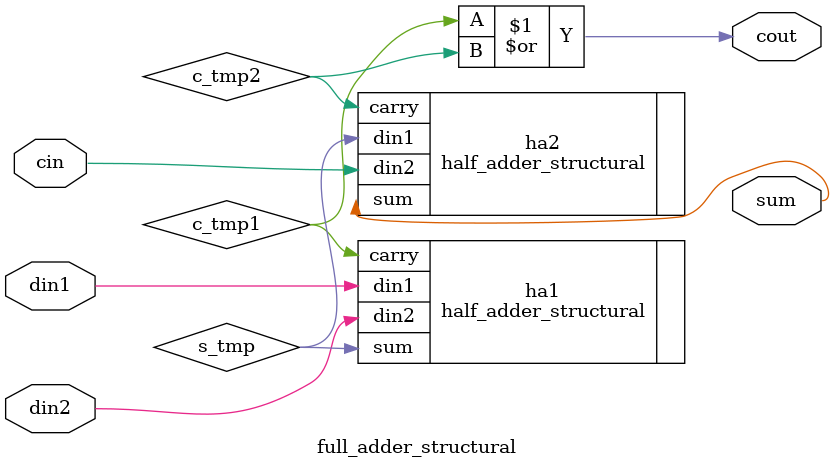
<source format=v>
`timescale 1ns / 1ps


module full_adder_structural(din1, din2, cin, sum, cout);
    
    input din1, din2, cin;
    output sum, cout;
    
    wire s_tmp, c_tmp1, c_tmp2;
    
    half_adder_structural ha1(.din1(din1), .din2(din2),.sum(s_tmp),.carry(c_tmp1));
    half_adder_structural ha2(.din1(s_tmp), .din2(cin), .sum(sum), .carry(c_tmp2));
    or (cout, c_tmp1, c_tmp2);
      
endmodule

</source>
